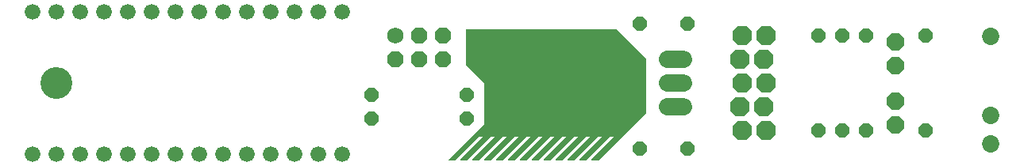
<source format=gbs>
G04 EAGLE Gerber RS-274X export*
G75*
%MOMM*%
%FSLAX34Y34*%
%LPD*%
%INSoldermask Bottom*%
%IPPOS*%
%AMOC8*
5,1,8,0,0,1.08239X$1,22.5*%
G01*
%ADD10C,3.403200*%
%ADD11P,1.649562X8X202.500000*%
%ADD12P,1.649562X8X22.500000*%
%ADD13P,2.034460X8X292.500000*%
%ADD14C,1.879600*%
%ADD15C,3.505200*%
%ADD16P,1.649562X8X292.500000*%
%ADD17P,1.649562X8X112.500000*%
%ADD18C,1.676400*%
%ADD19C,1.853200*%
%ADD20P,2.254402X8X112.500000*%
%ADD21C,1.727200*%
%ADD22P,1.869504X8X22.500000*%
%ADD23P,2.034460X8X112.500000*%

G36*
X469990Y11954D02*
X469990Y11954D01*
X470081Y11961D01*
X470111Y11973D01*
X470143Y11979D01*
X470223Y12021D01*
X470307Y12057D01*
X470339Y12083D01*
X470360Y12094D01*
X470382Y12117D01*
X470438Y12162D01*
X495615Y37339D01*
X499812Y37339D01*
X475712Y13238D01*
X475670Y13180D01*
X475621Y13128D01*
X475599Y13081D01*
X475568Y13039D01*
X475547Y12970D01*
X475517Y12905D01*
X475511Y12853D01*
X475496Y12803D01*
X475498Y12732D01*
X475490Y12661D01*
X475501Y12610D01*
X475502Y12558D01*
X475527Y12490D01*
X475542Y12420D01*
X475569Y12376D01*
X475587Y12327D01*
X475632Y12271D01*
X475668Y12209D01*
X475708Y12175D01*
X475740Y12135D01*
X475801Y12096D01*
X475855Y12049D01*
X475903Y12030D01*
X475947Y12002D01*
X476017Y11984D01*
X476083Y11957D01*
X476155Y11949D01*
X476186Y11941D01*
X476209Y11943D01*
X476250Y11939D01*
X482600Y11939D01*
X482690Y11954D01*
X482781Y11961D01*
X482811Y11973D01*
X482843Y11979D01*
X482923Y12021D01*
X483007Y12057D01*
X483039Y12083D01*
X483060Y12094D01*
X483082Y12117D01*
X483138Y12162D01*
X508315Y37339D01*
X512512Y37339D01*
X488412Y13238D01*
X488370Y13180D01*
X488321Y13128D01*
X488299Y13081D01*
X488268Y13039D01*
X488247Y12970D01*
X488217Y12905D01*
X488211Y12853D01*
X488196Y12803D01*
X488198Y12732D01*
X488190Y12661D01*
X488201Y12610D01*
X488202Y12558D01*
X488227Y12490D01*
X488242Y12420D01*
X488269Y12376D01*
X488287Y12327D01*
X488332Y12271D01*
X488368Y12209D01*
X488408Y12175D01*
X488440Y12135D01*
X488501Y12096D01*
X488555Y12049D01*
X488603Y12030D01*
X488647Y12002D01*
X488717Y11984D01*
X488783Y11957D01*
X488855Y11949D01*
X488886Y11941D01*
X488909Y11943D01*
X488950Y11939D01*
X495300Y11939D01*
X495390Y11954D01*
X495481Y11961D01*
X495511Y11973D01*
X495543Y11979D01*
X495623Y12021D01*
X495707Y12057D01*
X495739Y12083D01*
X495760Y12094D01*
X495782Y12117D01*
X495838Y12162D01*
X521015Y37339D01*
X525212Y37339D01*
X501112Y13238D01*
X501070Y13180D01*
X501021Y13128D01*
X500999Y13081D01*
X500968Y13039D01*
X500947Y12970D01*
X500917Y12905D01*
X500911Y12853D01*
X500896Y12803D01*
X500898Y12732D01*
X500890Y12661D01*
X500901Y12610D01*
X500902Y12558D01*
X500927Y12490D01*
X500942Y12420D01*
X500969Y12376D01*
X500987Y12327D01*
X501032Y12271D01*
X501068Y12209D01*
X501108Y12175D01*
X501140Y12135D01*
X501201Y12096D01*
X501255Y12049D01*
X501303Y12030D01*
X501347Y12002D01*
X501417Y11984D01*
X501483Y11957D01*
X501555Y11949D01*
X501586Y11941D01*
X501609Y11943D01*
X501650Y11939D01*
X508000Y11939D01*
X508090Y11954D01*
X508181Y11961D01*
X508211Y11973D01*
X508243Y11979D01*
X508323Y12021D01*
X508407Y12057D01*
X508439Y12083D01*
X508460Y12094D01*
X508482Y12117D01*
X508538Y12162D01*
X533715Y37339D01*
X537912Y37339D01*
X513812Y13238D01*
X513770Y13180D01*
X513721Y13128D01*
X513699Y13081D01*
X513668Y13039D01*
X513647Y12970D01*
X513617Y12905D01*
X513611Y12853D01*
X513596Y12803D01*
X513598Y12732D01*
X513590Y12661D01*
X513601Y12610D01*
X513602Y12558D01*
X513627Y12490D01*
X513642Y12420D01*
X513669Y12376D01*
X513687Y12327D01*
X513732Y12271D01*
X513768Y12209D01*
X513808Y12175D01*
X513840Y12135D01*
X513901Y12096D01*
X513955Y12049D01*
X514003Y12030D01*
X514047Y12002D01*
X514117Y11984D01*
X514183Y11957D01*
X514255Y11949D01*
X514286Y11941D01*
X514309Y11943D01*
X514350Y11939D01*
X520700Y11939D01*
X520790Y11954D01*
X520881Y11961D01*
X520911Y11973D01*
X520943Y11979D01*
X521023Y12021D01*
X521107Y12057D01*
X521139Y12083D01*
X521160Y12094D01*
X521182Y12117D01*
X521238Y12162D01*
X546415Y37339D01*
X550612Y37339D01*
X526512Y13238D01*
X526470Y13180D01*
X526421Y13128D01*
X526399Y13081D01*
X526368Y13039D01*
X526347Y12970D01*
X526317Y12905D01*
X526311Y12853D01*
X526296Y12803D01*
X526298Y12732D01*
X526290Y12661D01*
X526301Y12610D01*
X526302Y12558D01*
X526327Y12490D01*
X526342Y12420D01*
X526369Y12376D01*
X526387Y12327D01*
X526432Y12271D01*
X526468Y12209D01*
X526508Y12175D01*
X526540Y12135D01*
X526601Y12096D01*
X526655Y12049D01*
X526703Y12030D01*
X526747Y12002D01*
X526817Y11984D01*
X526883Y11957D01*
X526955Y11949D01*
X526986Y11941D01*
X527009Y11943D01*
X527050Y11939D01*
X533400Y11939D01*
X533490Y11954D01*
X533581Y11961D01*
X533611Y11973D01*
X533643Y11979D01*
X533723Y12021D01*
X533807Y12057D01*
X533839Y12083D01*
X533860Y12094D01*
X533882Y12117D01*
X533938Y12162D01*
X559115Y37339D01*
X563312Y37339D01*
X539212Y13238D01*
X539170Y13180D01*
X539121Y13128D01*
X539099Y13081D01*
X539068Y13039D01*
X539047Y12970D01*
X539017Y12905D01*
X539011Y12853D01*
X538996Y12803D01*
X538998Y12732D01*
X538990Y12661D01*
X539001Y12610D01*
X539002Y12558D01*
X539027Y12490D01*
X539042Y12420D01*
X539069Y12376D01*
X539087Y12327D01*
X539132Y12271D01*
X539168Y12209D01*
X539208Y12175D01*
X539240Y12135D01*
X539301Y12096D01*
X539355Y12049D01*
X539403Y12030D01*
X539447Y12002D01*
X539517Y11984D01*
X539583Y11957D01*
X539655Y11949D01*
X539686Y11941D01*
X539709Y11943D01*
X539750Y11939D01*
X546100Y11939D01*
X546190Y11954D01*
X546281Y11961D01*
X546311Y11973D01*
X546343Y11979D01*
X546423Y12021D01*
X546507Y12057D01*
X546539Y12083D01*
X546560Y12094D01*
X546582Y12117D01*
X546638Y12162D01*
X571815Y37339D01*
X576012Y37339D01*
X551912Y13238D01*
X551870Y13180D01*
X551821Y13128D01*
X551799Y13081D01*
X551768Y13039D01*
X551747Y12970D01*
X551717Y12905D01*
X551711Y12853D01*
X551696Y12803D01*
X551698Y12732D01*
X551690Y12661D01*
X551701Y12610D01*
X551702Y12558D01*
X551727Y12490D01*
X551742Y12420D01*
X551769Y12376D01*
X551787Y12327D01*
X551832Y12271D01*
X551868Y12209D01*
X551908Y12175D01*
X551940Y12135D01*
X552001Y12096D01*
X552055Y12049D01*
X552103Y12030D01*
X552147Y12002D01*
X552217Y11984D01*
X552283Y11957D01*
X552355Y11949D01*
X552386Y11941D01*
X552409Y11943D01*
X552450Y11939D01*
X558800Y11939D01*
X558890Y11954D01*
X558981Y11961D01*
X559011Y11973D01*
X559043Y11979D01*
X559123Y12021D01*
X559207Y12057D01*
X559239Y12083D01*
X559260Y12094D01*
X559282Y12117D01*
X559338Y12162D01*
X584515Y37339D01*
X588712Y37339D01*
X564612Y13238D01*
X564570Y13180D01*
X564521Y13128D01*
X564499Y13081D01*
X564468Y13039D01*
X564447Y12970D01*
X564417Y12905D01*
X564411Y12853D01*
X564396Y12803D01*
X564398Y12732D01*
X564390Y12661D01*
X564401Y12610D01*
X564402Y12558D01*
X564427Y12490D01*
X564442Y12420D01*
X564469Y12376D01*
X564487Y12327D01*
X564532Y12271D01*
X564568Y12209D01*
X564608Y12175D01*
X564640Y12135D01*
X564701Y12096D01*
X564755Y12049D01*
X564803Y12030D01*
X564847Y12002D01*
X564917Y11984D01*
X564983Y11957D01*
X565055Y11949D01*
X565086Y11941D01*
X565109Y11943D01*
X565150Y11939D01*
X571500Y11939D01*
X571590Y11954D01*
X571681Y11961D01*
X571711Y11973D01*
X571743Y11979D01*
X571823Y12021D01*
X571907Y12057D01*
X571939Y12083D01*
X571960Y12094D01*
X571982Y12117D01*
X572038Y12162D01*
X597215Y37339D01*
X601412Y37339D01*
X577312Y13238D01*
X577270Y13180D01*
X577221Y13128D01*
X577199Y13081D01*
X577168Y13039D01*
X577147Y12970D01*
X577117Y12905D01*
X577111Y12853D01*
X577096Y12803D01*
X577098Y12732D01*
X577090Y12661D01*
X577101Y12610D01*
X577102Y12558D01*
X577127Y12490D01*
X577142Y12420D01*
X577169Y12376D01*
X577187Y12327D01*
X577232Y12271D01*
X577268Y12209D01*
X577308Y12175D01*
X577340Y12135D01*
X577401Y12096D01*
X577455Y12049D01*
X577503Y12030D01*
X577547Y12002D01*
X577617Y11984D01*
X577683Y11957D01*
X577755Y11949D01*
X577786Y11941D01*
X577809Y11943D01*
X577850Y11939D01*
X584200Y11939D01*
X584290Y11954D01*
X584381Y11961D01*
X584411Y11973D01*
X584443Y11979D01*
X584523Y12021D01*
X584607Y12057D01*
X584639Y12083D01*
X584660Y12094D01*
X584682Y12117D01*
X584738Y12162D01*
X609915Y37339D01*
X614112Y37339D01*
X590012Y13238D01*
X589970Y13180D01*
X589921Y13128D01*
X589899Y13081D01*
X589868Y13039D01*
X589847Y12970D01*
X589817Y12905D01*
X589811Y12853D01*
X589796Y12803D01*
X589798Y12732D01*
X589790Y12661D01*
X589801Y12610D01*
X589802Y12558D01*
X589827Y12490D01*
X589842Y12420D01*
X589869Y12376D01*
X589887Y12327D01*
X589932Y12271D01*
X589968Y12209D01*
X590008Y12175D01*
X590040Y12135D01*
X590101Y12096D01*
X590155Y12049D01*
X590203Y12030D01*
X590247Y12002D01*
X590317Y11984D01*
X590383Y11957D01*
X590455Y11949D01*
X590486Y11941D01*
X590509Y11943D01*
X590550Y11939D01*
X596900Y11939D01*
X596990Y11954D01*
X597081Y11961D01*
X597111Y11973D01*
X597143Y11979D01*
X597223Y12021D01*
X597307Y12057D01*
X597339Y12083D01*
X597360Y12094D01*
X597382Y12117D01*
X597438Y12162D01*
X622615Y37339D01*
X626812Y37339D01*
X602712Y13238D01*
X602670Y13180D01*
X602621Y13128D01*
X602599Y13081D01*
X602568Y13039D01*
X602547Y12970D01*
X602517Y12905D01*
X602511Y12853D01*
X602496Y12803D01*
X602498Y12732D01*
X602490Y12661D01*
X602501Y12610D01*
X602502Y12558D01*
X602527Y12490D01*
X602542Y12420D01*
X602569Y12376D01*
X602587Y12327D01*
X602632Y12271D01*
X602668Y12209D01*
X602708Y12175D01*
X602740Y12135D01*
X602801Y12096D01*
X602855Y12049D01*
X602903Y12030D01*
X602947Y12002D01*
X603017Y11984D01*
X603083Y11957D01*
X603155Y11949D01*
X603186Y11941D01*
X603209Y11943D01*
X603250Y11939D01*
X609600Y11939D01*
X609690Y11954D01*
X609781Y11961D01*
X609811Y11973D01*
X609843Y11979D01*
X609923Y12021D01*
X610007Y12057D01*
X610039Y12083D01*
X610060Y12094D01*
X610082Y12117D01*
X610138Y12162D01*
X635315Y37339D01*
X639512Y37339D01*
X615412Y13238D01*
X615370Y13180D01*
X615321Y13128D01*
X615299Y13081D01*
X615268Y13039D01*
X615247Y12970D01*
X615217Y12905D01*
X615211Y12853D01*
X615196Y12803D01*
X615198Y12732D01*
X615190Y12661D01*
X615201Y12610D01*
X615202Y12558D01*
X615227Y12490D01*
X615242Y12420D01*
X615269Y12376D01*
X615287Y12327D01*
X615332Y12271D01*
X615368Y12209D01*
X615408Y12175D01*
X615440Y12135D01*
X615501Y12096D01*
X615555Y12049D01*
X615603Y12030D01*
X615647Y12002D01*
X615717Y11984D01*
X615783Y11957D01*
X615855Y11949D01*
X615886Y11941D01*
X615909Y11943D01*
X615950Y11939D01*
X622300Y11939D01*
X622390Y11954D01*
X622481Y11961D01*
X622511Y11973D01*
X622543Y11979D01*
X622623Y12021D01*
X622707Y12057D01*
X622739Y12083D01*
X622760Y12094D01*
X622782Y12117D01*
X622838Y12162D01*
X673638Y62962D01*
X673691Y63036D01*
X673751Y63105D01*
X673763Y63135D01*
X673782Y63161D01*
X673809Y63248D01*
X673843Y63333D01*
X673847Y63374D01*
X673854Y63397D01*
X673853Y63429D01*
X673861Y63500D01*
X673861Y120650D01*
X673847Y120740D01*
X673839Y120831D01*
X673827Y120861D01*
X673822Y120893D01*
X673779Y120973D01*
X673743Y121057D01*
X673717Y121089D01*
X673706Y121110D01*
X673683Y121132D01*
X673638Y121188D01*
X641888Y152938D01*
X641814Y152991D01*
X641745Y153051D01*
X641715Y153063D01*
X641689Y153082D01*
X641602Y153109D01*
X641517Y153143D01*
X641476Y153147D01*
X641453Y153154D01*
X641421Y153153D01*
X641350Y153161D01*
X482600Y153161D01*
X482580Y153158D01*
X482561Y153160D01*
X482459Y153138D01*
X482357Y153122D01*
X482340Y153112D01*
X482320Y153108D01*
X482231Y153055D01*
X482140Y153006D01*
X482126Y152992D01*
X482109Y152982D01*
X482042Y152903D01*
X481971Y152828D01*
X481962Y152810D01*
X481949Y152795D01*
X481910Y152699D01*
X481867Y152605D01*
X481865Y152585D01*
X481857Y152567D01*
X481839Y152400D01*
X481839Y114300D01*
X481854Y114210D01*
X481861Y114119D01*
X481873Y114089D01*
X481879Y114057D01*
X481921Y113977D01*
X481957Y113893D01*
X481983Y113861D01*
X481994Y113840D01*
X482017Y113818D01*
X482062Y113762D01*
X500889Y94935D01*
X500889Y51115D01*
X463012Y13238D01*
X462970Y13180D01*
X462921Y13128D01*
X462899Y13081D01*
X462868Y13039D01*
X462847Y12970D01*
X462817Y12905D01*
X462811Y12853D01*
X462796Y12803D01*
X462798Y12732D01*
X462790Y12661D01*
X462801Y12610D01*
X462802Y12558D01*
X462827Y12490D01*
X462842Y12420D01*
X462869Y12376D01*
X462887Y12327D01*
X462932Y12271D01*
X462968Y12209D01*
X463008Y12175D01*
X463040Y12135D01*
X463101Y12096D01*
X463155Y12049D01*
X463203Y12030D01*
X463247Y12002D01*
X463317Y11984D01*
X463383Y11957D01*
X463455Y11949D01*
X463486Y11941D01*
X463509Y11943D01*
X463550Y11939D01*
X469900Y11939D01*
X469990Y11954D01*
G37*
D10*
X44450Y95250D03*
D11*
X717550Y158750D03*
X666750Y158750D03*
D12*
X666750Y25400D03*
X717550Y25400D03*
D13*
X939800Y139700D03*
X939800Y114300D03*
D14*
X713232Y120650D02*
X696468Y120650D01*
X696468Y95250D02*
X713232Y95250D01*
X713232Y69850D02*
X696468Y69850D01*
D15*
X554990Y95250D03*
D12*
X381000Y82550D03*
X482600Y82550D03*
X381000Y57150D03*
X482600Y57150D03*
D16*
X882650Y146050D03*
X882650Y44450D03*
D17*
X857250Y44450D03*
X857250Y146050D03*
D16*
X908050Y146050D03*
X908050Y44450D03*
D18*
X19050Y171450D03*
X44450Y171450D03*
X69850Y171450D03*
X95250Y171450D03*
X120650Y171450D03*
X146050Y171450D03*
X171450Y171450D03*
X196850Y171450D03*
X222250Y171450D03*
X247650Y171450D03*
X273050Y171450D03*
X298450Y171450D03*
X323850Y171450D03*
X349250Y171450D03*
X349250Y19050D03*
X323850Y19050D03*
X298450Y19050D03*
X273050Y19050D03*
X247650Y19050D03*
X222250Y19050D03*
X196850Y19050D03*
X171450Y19050D03*
X146050Y19050D03*
X120650Y19050D03*
X95250Y19050D03*
X69850Y19050D03*
X44450Y19050D03*
X19050Y19050D03*
D19*
X1041400Y145250D03*
X1041400Y60250D03*
X1041400Y30250D03*
D20*
X775970Y44450D03*
X773430Y69850D03*
X775970Y95250D03*
X773430Y120650D03*
X775970Y146050D03*
X801370Y44450D03*
X798830Y69850D03*
X801370Y95250D03*
X798830Y120650D03*
X801370Y146050D03*
D21*
X406400Y146050D03*
D22*
X431800Y146050D03*
X457200Y146050D03*
X406400Y120650D03*
X431800Y120650D03*
X457200Y120650D03*
D23*
X939800Y50800D03*
X939800Y76200D03*
D16*
X971550Y146050D03*
X971550Y44450D03*
M02*

</source>
